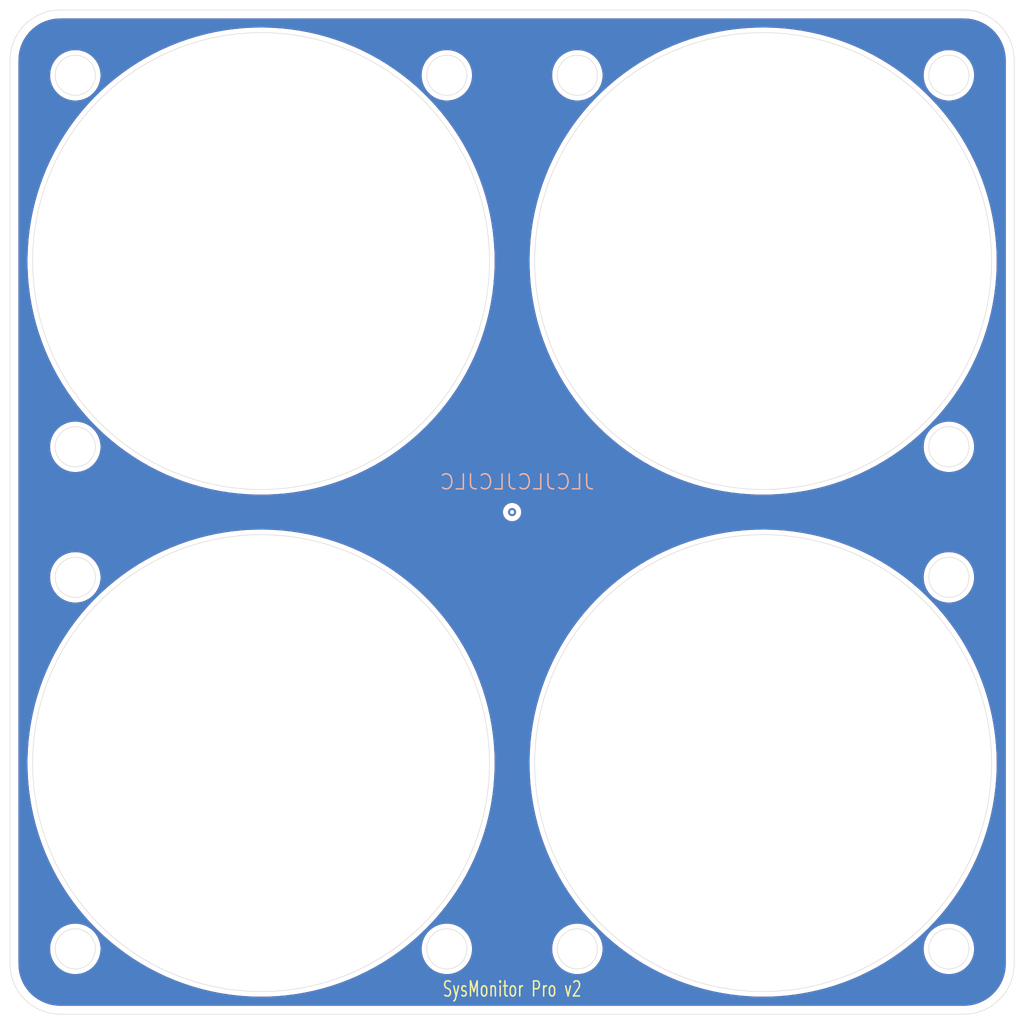
<source format=kicad_pcb>
(kicad_pcb (version 20211014) (generator pcbnew)
  (layers (0 "F.Cu" signal) (31 "B.Cu" signal) (34 "B.Paste" user) (35 "F.Paste" user) (36 "B.SilkS" user "B.Silkscreen") (37 "F.SilkS" user "F.Silkscreen") (38 "B.Mask" user) (39 "F.Mask" user) (44 "Edge.Cuts" user))
  (net 0 "")
  (gr_line (start 155 160) (end 65 160) (layer "Edge.Cuts") (width 0.05))
  (gr_line (start 60 155) (end 60 65) (layer "Edge.Cuts") (width 0.05))
  (gr_line (start 65 60) (end 155 60) (layer "Edge.Cuts") (width 0.05))
  (gr_line (start 160 65) (end 160 155) (layer "Edge.Cuts") (width 0.05))
  (gr_circle (center 103.5 153.5) (end 105.5 153.5) (layer "Edge.Cuts") (width 0.05) (fill none))
  (gr_arc (start 160 155) (mid 158.535534 158.535534) (end 155 160) (layer "Edge.Cuts") (width 0.05))
  (gr_circle (center 153.5 66.5) (end 155.5 66.5) (layer "Edge.Cuts") (width 0.05) (fill none))
  (gr_circle (center 103.5 66.5) (end 105.5 66.5) (layer "Edge.Cuts") (width 0.05) (fill none))
  (gr_circle (center 66.5 116.5) (end 68.5 116.5) (layer "Edge.Cuts") (width 0.05) (fill none))
  (gr_circle (center 66.5 66.5) (end 68.5 66.5) (layer "Edge.Cuts") (width 0.05) (fill none))
  (gr_circle (center 135 135) (end 157.75 135) (layer "Edge.Cuts") (width 0.05) (fill none))
  (gr_circle (center 66.5 103.5) (end 68.5 103.5) (layer "Edge.Cuts") (width 0.05) (fill none))
  (gr_circle (center 153.5 153.5) (end 155.5 153.5) (layer "Edge.Cuts") (width 0.05) (fill none))
  (gr_arc (start 60 65) (mid 61.464466 61.464466) (end 65 60) (layer "Edge.Cuts") (width 0.05))
  (gr_circle (center 66.5 153.5) (end 68.5 153.5) (layer "Edge.Cuts") (width 0.05) (fill none))
  (gr_circle (center 116.5 66.5) (end 118.5 66.5) (layer "Edge.Cuts") (width 0.05) (fill none))
  (gr_circle (center 116.5 153.5) (end 118.5 153.5) (layer "Edge.Cuts") (width 0.05) (fill none))
  (gr_circle (center 153.5 116.5) (end 155.5 116.5) (layer "Edge.Cuts") (width 0.05) (fill none))
  (gr_circle (center 85 85) (end 107.75 85) (layer "Edge.Cuts") (width 0.05) (fill none))
  (gr_arc (start 155 60) (mid 158.535534 61.464466) (end 160 65) (layer "Edge.Cuts") (width 0.05))
  (gr_circle (center 135 85) (end 157.75 85) (layer "Edge.Cuts") (width 0.05) (fill none))
  (gr_circle (center 153.5 103.5) (end 155.5 103.5) (layer "Edge.Cuts") (width 0.05) (fill none))
  (gr_arc (start 65 160) (mid 61.464466 158.535534) (end 60 155) (layer "Edge.Cuts") (width 0.05))
  (gr_circle (center 85 135) (end 107.75 135) (layer "Edge.Cuts") (width 0.05) (fill none))
  (gr_text "JLCJLCJLCJLC" (at 110.5 107) (layer "B.SilkS") (effects (font (size 1.5 1.5)) (justify mirror)))
  (gr_text "SysMonitor Pro v2" (at 110 157.5) (layer "F.SilkS") (effects (font (size 1.5 1))))
  (via (at 110 110) (size 0.8) (drill 0.4) (layers "F.Cu" "B.Cu") (net 0))
  (zone (net 0) (net_name "") (layer "F.Cu") (connect_pads (clearance 0.508)) (min_thickness 0.254) (fill yes (thermal_gap 0.508) (thermal_bridge_width 0.508))
    (polygon (pts (xy 161 161) (xy 59 161) (xy 59 59) (xy 161 59)))
  )
  (zone (net 0) (net_name "") (layer "B.Cu") (connect_pads (clearance 0.508)) (min_thickness 0.254) (fill yes (thermal_gap 0.508) (thermal_bridge_width 0.508))
    (polygon (pts (xy 161 161) (xy 59 161) (xy 59 59) (xy 161 59)))
  )
)
</source>
